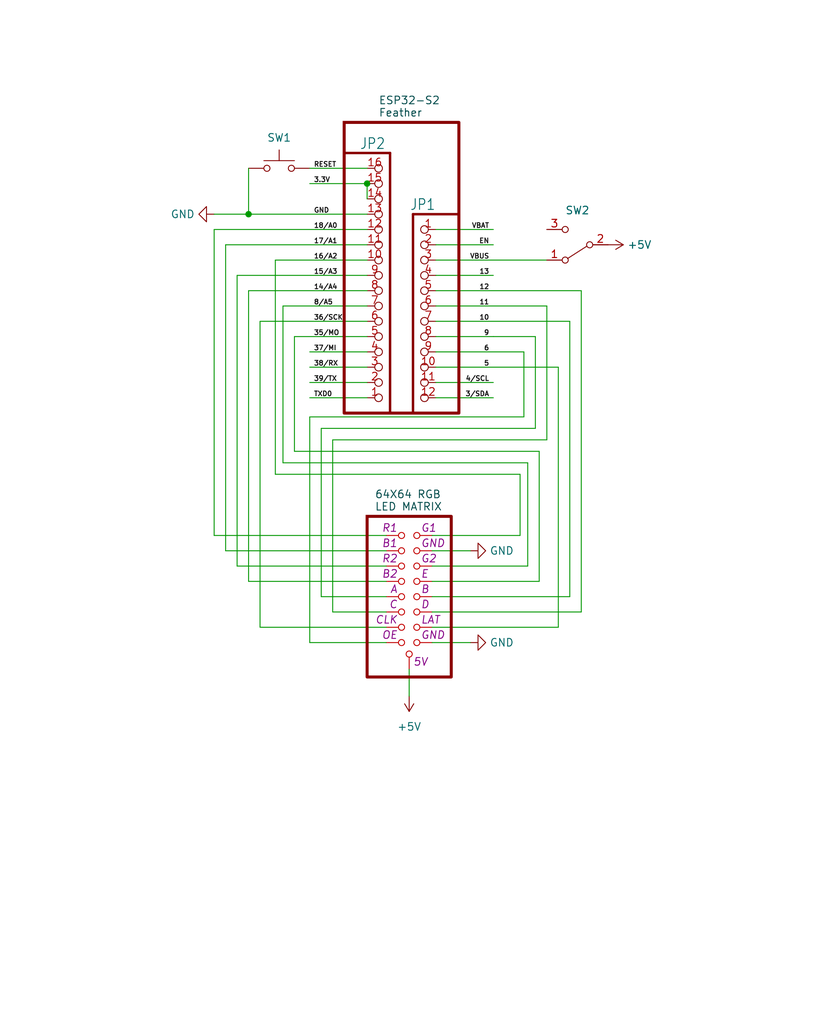
<source format=kicad_sch>
(kicad_sch (version 20230121) (generator eeschema)
  (paper "User" 135.001 170.028)
  (title_block (title "Illumindex") (date "2025-04-08") (rev "1") (company "zbauman3") (comment 1 "Power supply is external 5V 4A switching"))
  (lib_symbols
    (symbol "Switch:SW_MEC_5G" (pin_numbers hide) (pin_names (offset 1.016) hide)
      (property "Reference" "SW" (at 1.27 2.54 0))
      (property "Value" "SW_MEC_5G" (at 0 -1.524 0))
      (symbol "SW_MEC_5G_0_1"
        (circle (center -2.032 0) (radius 0.508))
        (polyline (pts (xy 0 1.27) (xy 0 3.048)))
        (polyline (pts (xy 2.54 1.27) (xy -2.54 1.27)))
        (circle (center 2.032 0) (radius 0.508))
        (pin passive line (at -5.08 0 0) (length 2.54) (name "A") (number "1"))
        (pin passive line (at 5.08 0 180) (length 2.54) (name "B") (number "3"))
      )
      (symbol "SW_MEC_5G_1_1"
        (pin passive line (at -5.08 0 0) (length 2.54) hide (name "A") (number "2"))
        (pin passive line (at 5.08 0 180) (length 2.54) hide (name "B") (number "4"))
      )
    )
    (symbol "Switch:SW_SPDT" (pin_names (offset 0) hide)
      (property "Reference" "SW" (at 0 4.318 0))
      (property "Value" "SW_SPDT" (at 0 -5.08 0))
      (symbol "SW_SPDT_0_0"
        (circle (center -2.032 0) (radius 0.508))
        (circle (center 2.032 -2.54) (radius 0.508))
      )
      (symbol "SW_SPDT_0_1"
        (polyline (pts (xy -1.524 0.254) (xy 1.651 2.286)))
        (circle (center 2.032 2.54) (radius 0.508))
      )
      (symbol "SW_SPDT_1_1"
        (pin passive line (at 5.08 2.54 180) (length 2.54) (name "A") (number "1"))
        (pin passive line (at -5.08 0 0) (length 2.54) (name "B") (number "2"))
        (pin passive line (at 5.08 -2.54 180) (length 2.54) (name "C") (number "3"))
      )
    )
    (symbol "illumindex-eagle-import:microbuilder_HEADER-1X12"
      (property "Reference" "JP" (at -6.35 18.415 0))
      (symbol "microbuilder_HEADER-1X12_1_0"
        (polyline (pts (xy -6.35 -15.24) (xy 1.27 -15.24)) (stroke (width 0.4064)))
        (polyline (pts (xy -6.35 17.78) (xy -6.35 -15.24)) (stroke (width 0.4064)))
        (polyline (pts (xy 1.27 -15.24) (xy 1.27 17.78)) (stroke (width 0.4064)))
        (polyline (pts (xy 1.27 17.78) (xy -6.35 17.78)) (stroke (width 0.4064)))
        (pin passive inverted (at -2.54 15.24 0) (length 2.54) (name "1") (number "1"))
        (pin passive inverted (at -2.54 -7.62 0) (length 2.54) (name "10") (number "10"))
        (pin passive inverted (at -2.54 -10.16 0) (length 2.54) (name "11") (number "11"))
        (pin passive inverted (at -2.54 -12.7 0) (length 2.54) (name "12") (number "12"))
        (pin passive inverted (at -2.54 12.7 0) (length 2.54) (name "2") (number "2"))
        (pin passive inverted (at -2.54 10.16 0) (length 2.54) (name "3") (number "3"))
        (pin passive inverted (at -2.54 7.62 0) (length 2.54) (name "4") (number "4"))
        (pin passive inverted (at -2.54 5.08 0) (length 2.54) (name "5") (number "5"))
        (pin passive inverted (at -2.54 2.54 0) (length 2.54) (name "6") (number "6"))
        (pin passive inverted (at -2.54 0 0) (length 2.54) (name "7") (number "7"))
        (pin passive inverted (at -2.54 -2.54 0) (length 2.54) (name "8") (number "8"))
        (pin passive inverted (at -2.54 -5.08 0) (length 2.54) (name "9") (number "9"))
      )
    )
    (symbol "illumindex-eagle-import:microbuilder_HEADER-1X16ROUND"
      (property "Reference" "JP" (at -6.35 20.955 0))
      (symbol "microbuilder_HEADER-1X16ROUND_1_0"
        (polyline (pts (xy -6.35 -22.86) (xy 1.27 -22.86)) (stroke (width 0.4064)))
        (polyline (pts (xy -6.35 20.32) (xy -6.35 -22.86)) (stroke (width 0.4064)))
        (polyline (pts (xy 1.27 -22.86) (xy 1.27 20.32)) (stroke (width 0.4064)))
        (polyline (pts (xy 1.27 20.32) (xy -6.35 20.32)) (stroke (width 0.4064)))
        (pin passive inverted (at -2.54 17.78 0) (length 2.54) (name "1") (number "1"))
        (pin passive inverted (at -2.54 -5.08 0) (length 2.54) (name "10") (number "10"))
        (pin passive inverted (at -2.54 -7.62 0) (length 2.54) (name "11") (number "11"))
        (pin passive inverted (at -2.54 -10.16 0) (length 2.54) (name "12") (number "12"))
        (pin passive inverted (at -2.54 -12.7 0) (length 2.54) (name "13") (number "13"))
        (pin passive inverted (at -2.54 -15.24 0) (length 2.54) (name "14") (number "14"))
        (pin passive inverted (at -2.54 -17.78 0) (length 2.54) (name "15") (number "15"))
        (pin passive inverted (at -2.54 -20.32 0) (length 2.54) (name "16") (number "16"))
        (pin passive inverted (at -2.54 15.24 0) (length 2.54) (name "2") (number "2"))
        (pin passive inverted (at -2.54 12.7 0) (length 2.54) (name "3") (number "3"))
        (pin passive inverted (at -2.54 10.16 0) (length 2.54) (name "4") (number "4"))
        (pin passive inverted (at -2.54 7.62 0) (length 2.54) (name "5") (number "5"))
        (pin passive inverted (at -2.54 5.08 0) (length 2.54) (name "6") (number "6"))
        (pin passive inverted (at -2.54 2.54 0) (length 2.54) (name "7") (number "7"))
        (pin passive inverted (at -2.54 0 0) (length 2.54) (name "8") (number "8"))
        (pin passive inverted (at -2.54 -2.54 0) (length 2.54) (name "9") (number "9"))
      )
    )
    (symbol "power:+5V" (power) (pin_names (offset 0))
      (property "Value" "+5V" (at 0 3.556 0))
      (symbol "+5V_0_1"
        (polyline (pts (xy -0.762 1.27) (xy 0 2.54)))
        (polyline (pts (xy 0 0) (xy 0 2.54)))
        (polyline (pts (xy 0 2.54) (xy 0.762 1.27)))
      )
      (symbol "+5V_1_1"
        (pin power_in line (at 0 0 90) (length 0) hide (name "+5V") (number "1"))
      )
    )
    (symbol "power:GND" (power) (pin_names (offset 0))
      (property "Value" "GND" (at 0 -3.81 0))
      (symbol "GND_0_1"
        (polyline (pts (xy 0 0) (xy 0 -1.27) (xy 1.27 -1.27) (xy 0 -2.54) (xy -1.27 -1.27) (xy 0 -1.27)))
      )
      (symbol "GND_1_1"
        (pin power_in line (at 0 0 270) (length 0) hide (name "GND") (number "1"))
      )
    )
  )
  (junction (at 41.275 35.56))
  (junction (at 60.96 30.48))
  (wire (pts (xy 72.39 43.18) (xy 90.805 43.18)))
  (wire (pts (xy 71.755 101.6) (xy 96.52 101.6)) (stroke (width 0.1524)))
  (wire (pts (xy 35.56 38.1) (xy 35.56 88.9)) (stroke (width 0.1524)))
  (wire (pts (xy 41.275 35.56) (xy 60.96 35.56)))
  (wire (pts (xy 37.465 91.44) (xy 64.135 91.44)) (stroke (width 0.1524)))
  (wire (pts (xy 71.755 99.06) (xy 94.615 99.06)) (stroke (width 0.1524)))
  (wire (pts (xy 41.275 48.26) (xy 60.96 48.26)) (stroke (width 0.1524)))
  (wire (pts (xy 60.96 66.04) (xy 51.435 66.04)) (stroke (width 0.1524)))
  (wire (pts (xy 35.56 35.56) (xy 41.275 35.56)))
  (wire (pts (xy 41.275 96.52) (xy 64.135 96.52)) (stroke (width 0.1524)))
  (wire (pts (xy 87.63 76.835) (xy 87.63 93.98)) (stroke (width 0.1524)))
  (wire (pts (xy 72.39 50.8) (xy 90.805 50.8)) (stroke (width 0.1524)))
  (wire (pts (xy 46.99 50.8) (xy 46.99 76.835)) (stroke (width 0.1524)))
  (wire (pts (xy 71.755 93.98) (xy 87.63 93.98)) (stroke (width 0.1524)))
  (wire (pts (xy 51.435 27.94) (xy 60.96 27.94)))
  (wire (pts (xy 51.435 30.48) (xy 60.96 30.48)) (stroke (width 0.1524)))
  (wire (pts (xy 46.99 50.8) (xy 60.96 50.8)) (stroke (width 0.1524)))
  (wire (pts (xy 35.56 88.9) (xy 64.135 88.9)) (stroke (width 0.1524)))
  (wire (pts (xy 39.37 93.98) (xy 64.135 93.98)) (stroke (width 0.1524)))
  (wire (pts (xy 72.39 38.1) (xy 81.915 38.1)))
  (wire (pts (xy 72.39 66.04) (xy 81.915 66.04)) (stroke (width 0.1524)))
  (wire (pts (xy 48.895 74.93) (xy 89.535 74.93)) (stroke (width 0.1524)))
  (wire (pts (xy 55.245 101.6) (xy 64.135 101.6)) (stroke (width 0.1524)))
  (wire (pts (xy 71.755 106.68) (xy 78.105 106.68)))
  (wire (pts (xy 72.39 53.34) (xy 94.615 53.34)) (stroke (width 0.1524)))
  (wire (pts (xy 48.895 55.88) (xy 48.895 74.93)) (stroke (width 0.1524)))
  (wire (pts (xy 37.465 40.64) (xy 37.465 91.44)) (stroke (width 0.1524)))
  (wire (pts (xy 51.435 58.42) (xy 60.96 58.42)) (stroke (width 0.1524)))
  (wire (pts (xy 71.755 96.52) (xy 89.535 96.52)) (stroke (width 0.1524)))
  (wire (pts (xy 88.9 71.12) (xy 88.9 55.88)))
  (wire (pts (xy 86.995 69.215) (xy 51.435 69.215)) (stroke (width 0.1524)))
  (wire (pts (xy 72.39 40.64) (xy 81.915 40.64)) (stroke (width 0.1524)))
  (wire (pts (xy 88.9 55.88) (xy 81.915 55.88)))
  (wire (pts (xy 60.96 33.02) (xy 60.96 30.48)) (stroke (width 0.1524)))
  (wire (pts (xy 72.39 45.72) (xy 81.915 45.72)) (stroke (width 0.1524)))
  (wire (pts (xy 43.18 104.14) (xy 64.135 104.14)) (stroke (width 0.1524)))
  (wire (pts (xy 72.39 48.26) (xy 96.52 48.26)) (stroke (width 0.1524)))
  (wire (pts (xy 39.37 45.72) (xy 60.96 45.72)) (stroke (width 0.1524)))
  (wire (pts (xy 43.18 53.34) (xy 60.96 53.34)) (stroke (width 0.1524)))
  (wire (pts (xy 45.72 43.18) (xy 45.72 78.74)) (stroke (width 0.1524)))
  (wire (pts (xy 94.615 53.34) (xy 94.615 99.06)) (stroke (width 0.1524)))
  (wire (pts (xy 67.945 111.125) (xy 67.945 115.57)))
  (wire (pts (xy 46.99 76.835) (xy 87.63 76.835)) (stroke (width 0.1524)))
  (wire (pts (xy 43.18 53.34) (xy 43.18 104.14)) (stroke (width 0.1524)))
  (wire (pts (xy 96.52 48.26) (xy 96.52 101.6)) (stroke (width 0.1524)))
  (wire (pts (xy 86.36 78.74) (xy 86.36 88.9)) (stroke (width 0.1524)))
  (wire (pts (xy 39.37 45.72) (xy 39.37 93.98)) (stroke (width 0.1524)))
  (wire (pts (xy 60.96 60.96) (xy 51.435 60.96)) (stroke (width 0.1524)))
  (wire (pts (xy 53.34 71.12) (xy 88.9 71.12)))
  (wire (pts (xy 41.275 48.26) (xy 41.275 96.52)) (stroke (width 0.1524)))
  (wire (pts (xy 71.755 88.9) (xy 86.36 88.9)) (stroke (width 0.1524)))
  (wire (pts (xy 72.39 58.42) (xy 86.995 58.42)) (stroke (width 0.1524)))
  (wire (pts (xy 45.72 78.74) (xy 86.36 78.74)) (stroke (width 0.1524)))
  (wire (pts (xy 72.39 55.88) (xy 81.915 55.88)) (stroke (width 0.1524)))
  (wire (pts (xy 51.435 106.68) (xy 64.135 106.68)) (stroke (width 0.1524)))
  (wire (pts (xy 35.56 38.1) (xy 60.96 38.1)) (stroke (width 0.1524)))
  (wire (pts (xy 72.39 60.96) (xy 92.71 60.96)) (stroke (width 0.1524)))
  (wire (pts (xy 45.72 43.18) (xy 60.96 43.18)) (stroke (width 0.1524)))
  (wire (pts (xy 71.755 104.14) (xy 92.71 104.14)) (stroke (width 0.1524)))
  (wire (pts (xy 64.135 99.06) (xy 53.34 99.06)))
  (wire (pts (xy 89.535 74.93) (xy 89.535 96.52)) (stroke (width 0.1524)))
  (wire (pts (xy 72.39 63.5) (xy 81.915 63.5)) (stroke (width 0.1524)))
  (wire (pts (xy 41.275 27.94) (xy 41.275 35.56)))
  (wire (pts (xy 71.755 91.44) (xy 78.105 91.44)))
  (wire (pts (xy 48.895 55.88) (xy 60.96 55.88)) (stroke (width 0.1524)))
  (wire (pts (xy 90.805 50.8) (xy 90.805 73.025)) (stroke (width 0.1524)))
  (wire (pts (xy 51.435 69.215) (xy 51.435 106.68)) (stroke (width 0.1524)))
  (wire (pts (xy 92.71 60.96) (xy 92.71 104.14)) (stroke (width 0.1524)))
  (wire (pts (xy 86.995 58.42) (xy 86.995 69.215)) (stroke (width 0.1524)))
  (wire (pts (xy 53.34 99.06) (xy 53.34 71.12)))
  (wire (pts (xy 51.435 63.5) (xy 60.96 63.5)) (stroke (width 0.1524)))
  (wire (pts (xy 55.245 73.025) (xy 55.245 101.6)) (stroke (width 0.1524)))
  (wire (pts (xy 90.805 73.025) (xy 55.245 73.025)) (stroke (width 0.1524)))
  (wire (pts (xy 37.465 40.64) (xy 60.96 40.64)) (stroke (width 0.1524)))
  (rectangle (start 57.15 20.32) (end 76.2 68.58) (stroke (width 0.5) (color 132 0 0 1)))
  (rectangle (start 60.96 85.725) (end 74.93 112.395) (stroke (width 0.5) (color 132 0 0 1)))
  (text "ESP32-S2\nFeather" (at 62.865 19.685 0) (effects (font (size 1.27 1.27)) (justify left bottom)))
  (text "64X64 RGB\nLED MATRIX" (at 62.23 85.09 0) (effects (font (size 1.27 1.27)) (justify left bottom)))
  (label "11" (at 81.28 50.8 180) (effects (font (size 0.8 0.8))))
  (label "VBUS" (at 81.28 43.18 180) (effects (font (size 0.8 0.8))))
  (label "38{slash}RX" (at 52.07 60.96 0) (effects (font (size 0.8 0.8))))
  (label "14{slash}A4" (at 52.07 48.26 0) (effects (font (size 0.8 0.8))))
  (label "35{slash}MO" (at 52.07 55.88 0) (effects (font (size 0.8 0.8))))
  (label "6" (at 81.28 58.42 180) (effects (font (size 0.8 0.8))))
  (label "9" (at 81.28 55.88 180) (effects (font (size 0.8 0.8))))
  (label "18{slash}A0" (at 52.07 38.1 0) (effects (font (size 0.8 0.8))))
  (label "VBAT" (at 81.28 38.1 180) (effects (font (size 0.8 0.8))))
  (label "15{slash}A3" (at 52.07 45.72 0) (effects (font (size 0.8 0.8))))
  (label "5" (at 81.28 60.96 180) (effects (font (size 0.8 0.8))))
  (label "37{slash}MI" (at 52.07 58.42 0) (effects (font (size 0.8 0.8))))
  (label "17{slash}A1" (at 52.07 40.64 0) (effects (font (size 0.8 0.8))))
  (label "TXD0" (at 52.07 66.04 0) (effects (font (size 0.8 0.8))))
  (label "16{slash}A2" (at 52.07 43.18 0) (effects (font (size 0.8 0.8))))
  (label "8{slash}A5" (at 52.07 50.8 0) (effects (font (size 0.8 0.8))))
  (label "RESET" (at 52.07 27.94 0) (effects (font (size 0.8 0.8))))
  (label "39{slash}TX" (at 52.07 63.5 0) (effects (font (size 0.8 0.8))))
  (label "12" (at 81.28 48.26 180) (effects (font (size 0.8 0.8))))
  (label "3{slash}SDA" (at 81.28 66.04 180) (effects (font (size 0.8 0.8))))
  (label "36{slash}SCK" (at 52.07 53.34 0) (effects (font (size 0.8 0.8))))
  (label "GND" (at 52.07 35.56 0) (effects (font (size 0.8 0.8))))
  (label "10" (at 81.28 53.34 180) (effects (font (size 0.8 0.8))))
  (label "13" (at 81.28 45.72 180) (effects (font (size 0.8 0.8))))
  (label "3.3V" (at 52.07 30.48 0) (effects (font (size 0.8 0.8))))
  (label "4{slash}SCL" (at 81.28 63.5 180) (effects (font (size 0.8 0.8))))
  (label "EN" (at 81.28 40.64 180) (effects (font (size 0.8 0.8))))
  (netclass_flag "" (length 2.54) (shape round) (at 64.135 101.6 270) (property "Name" "C" (at 66.04 100.33 0) (effects (font italic) (justify right))))
  (netclass_flag "" (length 2.54) (shape round) (at 64.135 93.98 270) (property "Name" "R2" (at 66.04 92.71 0) (effects (font italic) (justify right))))
  (netclass_flag "" (length 2.54) (shape round) (at 71.755 106.68 90) (property "Name" "GND" (at 69.85 105.41 0) (effects (font italic) (justify left))))
  (netclass_flag "" (length 2.54) (shape round) (at 64.135 99.06 270) (property "Name" "A" (at 66.04 97.79 0) (effects (font italic) (justify right))))
  (netclass_flag "" (length 2.54) (shape round) (at 71.755 104.14 90) (property "Name" "LAT" (at 69.85 102.87 0) (effects (font italic) (justify left))))
  (netclass_flag "" (length 2.54) (shape round) (at 71.755 99.06 90) (property "Name" "B" (at 69.85 97.79 0) (effects (font italic) (justify left))))
  (netclass_flag "" (length 2.54) (shape round) (at 64.135 88.9 270) (property "Name" "R1" (at 66.04 87.63 0) (effects (font italic) (justify right))))
  (netclass_flag "" (length 2.54) (shape round) (at 71.755 96.52 90) (property "Name" "E" (at 69.85 95.25 0) (effects (font italic) (justify left))))
  (netclass_flag "" (length 2.54) (shape round) (at 71.755 101.6 90) (property "Name" "D" (at 69.85 100.33 0) (effects (font italic) (justify left))))
  (netclass_flag "" (length 2.54) (shape round) (at 67.945 111.125 0) (property "Netclass" "5V" (at 68.58 109.855 0) (effects (font italic) (justify left))))
  (netclass_flag "" (length 2.54) (shape round) (at 64.135 96.52 270) (property "Name" "B2" (at 66.04 95.25 0) (effects (font italic) (justify right))))
  (netclass_flag "" (length 2.54) (shape round) (at 71.755 88.9 90) (property "Name" "G1" (at 69.85 87.63 0) (effects (font italic) (justify left))))
  (netclass_flag "" (length 2.54) (shape round) (at 64.135 106.68 270) (property "Name" "OE" (at 66.04 105.41 0) (effects (font italic) (justify right))))
  (netclass_flag "" (length 2.54) (shape round) (at 64.135 104.14 270) (property "Name" "CLK" (at 66.04 102.87 0) (effects (font italic) (justify right))))
  (netclass_flag "" (length 2.54) (shape round) (at 71.755 91.44 90) (property "Name" "GND" (at 69.85 90.17 0) (effects (font italic) (justify left))))
  (netclass_flag "" (length 2.54) (shape round) (at 64.135 91.44 270) (property "Name" "B1" (at 66.04 90.17 0) (effects (font italic) (justify right))))
  (netclass_flag "" (length 2.54) (shape round) (at 71.755 93.98 90) (property "Name" "G2" (at 69.85 92.71 0) (effects (font italic) (justify left))))
  (symbol (lib_id "power:+5V") (at 100.965 40.64 270) (unit 1)
    (property "Reference" "#PWR04" (effects hide))
    (property "Value" "+5V" (at 104.14 40.64 90) (effects (justify left)))
  )
  (symbol (lib_id "power:GND") (at 78.105 106.68 90) (unit 1)
    (property "Reference" "#PWR06" (effects hide))
    (property "Value" "GND" (at 81.28 106.68 90) (effects (justify right)))
  )
  (symbol (lib_id "Switch:SW_SPDT") (at 95.885 40.64 180) (unit 1)
    (property "Reference" "SW2" (at 95.885 34.925 0))
    (property "Value" "SW_SPDT" (effects hide))
  )
  (symbol (lib_id "Switch:SW_MEC_5G") (at 46.355 27.94 0) (unit 1)
    (property "Reference" "SW1" (at 46.355 22.86 0))
    (property "Value" "SW_MEC_5G" (effects hide))
    (property "Datasheet" "http://www.apem.com/int/index.php?controller=attachment&id_attachment=488" (effects hide))
  )
  (symbol (lib_id "illumindex-eagle-import:microbuilder_HEADER-1X16ROUND") (at 63.5 48.26 0) (mirror x) (unit 1)
    (property "Reference" "JP2" (at 59.69 22.86 0) (effects (font (size 1.778 1.5113)) (justify left bottom)))
    (property "Value" "HEADER-1X16ROUND" (effects hide))
    (property "Footprint" "illumindex:1X16_ROUND" (effects hide))
  )
  (symbol (lib_id "power:GND") (at 35.56 35.56 270) (unit 1)
    (property "Reference" "#PWR03" (effects hide))
    (property "Value" "GND" (at 32.385 35.56 90) (effects (justify right)))
  )
  (symbol (lib_id "power:+5V") (at 67.945 115.57 180) (unit 1)
    (property "Reference" "#PWR01" (effects hide))
    (property "Value" "+5V" (at 67.945 120.65 0))
  )
  (symbol (lib_id "illumindex-eagle-import:microbuilder_HEADER-1X12") (at 69.85 53.34 0) (mirror y) (unit 1)
    (property "Reference" "JP1" (at 72.39 34.925 0) (effects (font (size 1.778 1.5113)) (justify left bottom)))
    (property "Value" "HEADER-1X12" (effects hide))
    (property "Footprint" "illumindex:1X12_ROUND" (effects hide))
  )
  (symbol (lib_id "power:GND") (at 78.105 91.44 90) (unit 1)
    (property "Reference" "#PWR05" (effects hide))
    (property "Value" "GND" (at 81.28 91.44 90) (effects (justify right)))
  )
)
</source>
